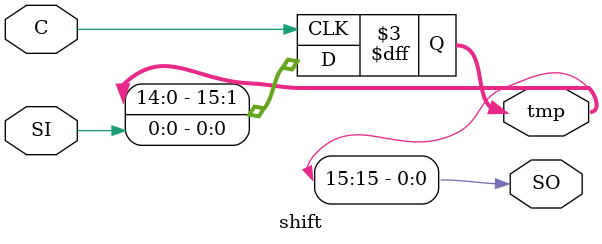
<source format=v>
module shift (C, SI, SO,tmp); 
input C,SI; 
output SO; 
output reg [15:0] tmp; 
 
  always @(posedge C) 
    begin 
      tmp = tmp << 1; 
      tmp[0] = SI; 
    end 
    assign SO  = tmp[15]; 
endmodule 

</source>
